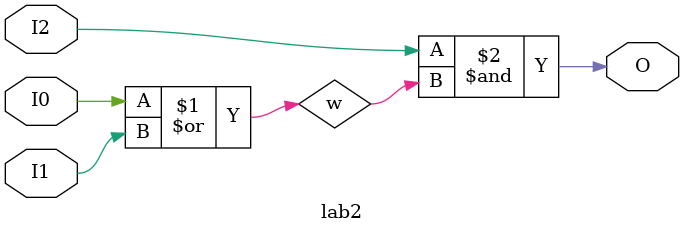
<source format=v>
module lab2(O, I0, I1, I2);
// three 1 bit wide inputs
input I1, I2, I0;
output O;
   wire w;
   or(w, I0, I1);
   and(O, I2, w);

endmodule

</source>
